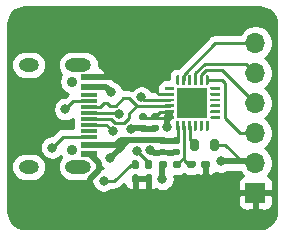
<source format=gbr>
%TF.GenerationSoftware,KiCad,Pcbnew,5.1.10*%
%TF.CreationDate,2021-06-17T01:01:51-05:00*%
%TF.ProjectId,usbttl,75736274-746c-42e6-9b69-6361645f7063,rev?*%
%TF.SameCoordinates,Original*%
%TF.FileFunction,Copper,L1,Top*%
%TF.FilePolarity,Positive*%
%FSLAX46Y46*%
G04 Gerber Fmt 4.6, Leading zero omitted, Abs format (unit mm)*
G04 Created by KiCad (PCBNEW 5.1.10) date 2021-06-17 01:01:51*
%MOMM*%
%LPD*%
G01*
G04 APERTURE LIST*
%TA.AperFunction,ComponentPad*%
%ADD10O,1.700000X1.700000*%
%TD*%
%TA.AperFunction,ComponentPad*%
%ADD11R,1.700000X1.700000*%
%TD*%
%TA.AperFunction,SMDPad,CuDef*%
%ADD12R,2.600000X2.600000*%
%TD*%
%TA.AperFunction,ComponentPad*%
%ADD13O,1.701800X1.117600*%
%TD*%
%TA.AperFunction,ComponentPad*%
%ADD14O,2.209800X1.117600*%
%TD*%
%TA.AperFunction,SMDPad,CuDef*%
%ADD15R,1.447800X0.304800*%
%TD*%
%TA.AperFunction,ComponentPad*%
%ADD16C,0.914400*%
%TD*%
%TA.AperFunction,SMDPad,CuDef*%
%ADD17R,1.447800X0.609600*%
%TD*%
%TA.AperFunction,ViaPad*%
%ADD18C,0.800000*%
%TD*%
%TA.AperFunction,Conductor*%
%ADD19C,0.250000*%
%TD*%
%TA.AperFunction,Conductor*%
%ADD20C,0.500000*%
%TD*%
%TA.AperFunction,Conductor*%
%ADD21C,0.254000*%
%TD*%
%TA.AperFunction,Conductor*%
%ADD22C,0.100000*%
%TD*%
G04 APERTURE END LIST*
D10*
%TO.P,J2,6*%
%TO.N,/DTR*%
X110490000Y-83947000D03*
%TO.P,J2,5*%
%TO.N,/TX*%
X110490000Y-86487000D03*
%TO.P,J2,4*%
%TO.N,/RX*%
X110490000Y-89027000D03*
%TO.P,J2,3*%
%TO.N,/RTS*%
X110490000Y-91567000D03*
%TO.P,J2,2*%
%TO.N,+3V3*%
X110490000Y-94107000D03*
D11*
%TO.P,J2,1*%
%TO.N,GND*%
X110490000Y-96647000D03*
%TD*%
%TO.P,U1,1*%
%TO.N,Net-(U1-Pad1)*%
%TA.AperFunction,SMDPad,CuDef*%
G36*
G01*
X102806000Y-87839500D02*
X102806000Y-87714500D01*
G75*
G02*
X102868500Y-87652000I62500J0D01*
G01*
X103568500Y-87652000D01*
G75*
G02*
X103631000Y-87714500I0J-62500D01*
G01*
X103631000Y-87839500D01*
G75*
G02*
X103568500Y-87902000I-62500J0D01*
G01*
X102868500Y-87902000D01*
G75*
G02*
X102806000Y-87839500I0J62500D01*
G01*
G37*
%TD.AperFunction*%
%TO.P,U1,2*%
%TO.N,GND*%
%TA.AperFunction,SMDPad,CuDef*%
G36*
G01*
X102806000Y-88339500D02*
X102806000Y-88214500D01*
G75*
G02*
X102868500Y-88152000I62500J0D01*
G01*
X103568500Y-88152000D01*
G75*
G02*
X103631000Y-88214500I0J-62500D01*
G01*
X103631000Y-88339500D01*
G75*
G02*
X103568500Y-88402000I-62500J0D01*
G01*
X102868500Y-88402000D01*
G75*
G02*
X102806000Y-88339500I0J62500D01*
G01*
G37*
%TD.AperFunction*%
%TO.P,U1,3*%
%TO.N,/D+*%
%TA.AperFunction,SMDPad,CuDef*%
G36*
G01*
X102806000Y-88839500D02*
X102806000Y-88714500D01*
G75*
G02*
X102868500Y-88652000I62500J0D01*
G01*
X103568500Y-88652000D01*
G75*
G02*
X103631000Y-88714500I0J-62500D01*
G01*
X103631000Y-88839500D01*
G75*
G02*
X103568500Y-88902000I-62500J0D01*
G01*
X102868500Y-88902000D01*
G75*
G02*
X102806000Y-88839500I0J62500D01*
G01*
G37*
%TD.AperFunction*%
%TO.P,U1,4*%
%TO.N,/D-*%
%TA.AperFunction,SMDPad,CuDef*%
G36*
G01*
X102806000Y-89339500D02*
X102806000Y-89214500D01*
G75*
G02*
X102868500Y-89152000I62500J0D01*
G01*
X103568500Y-89152000D01*
G75*
G02*
X103631000Y-89214500I0J-62500D01*
G01*
X103631000Y-89339500D01*
G75*
G02*
X103568500Y-89402000I-62500J0D01*
G01*
X102868500Y-89402000D01*
G75*
G02*
X102806000Y-89339500I0J62500D01*
G01*
G37*
%TD.AperFunction*%
%TO.P,U1,5*%
%TO.N,+3V3*%
%TA.AperFunction,SMDPad,CuDef*%
G36*
G01*
X102806000Y-89839500D02*
X102806000Y-89714500D01*
G75*
G02*
X102868500Y-89652000I62500J0D01*
G01*
X103568500Y-89652000D01*
G75*
G02*
X103631000Y-89714500I0J-62500D01*
G01*
X103631000Y-89839500D01*
G75*
G02*
X103568500Y-89902000I-62500J0D01*
G01*
X102868500Y-89902000D01*
G75*
G02*
X102806000Y-89839500I0J62500D01*
G01*
G37*
%TD.AperFunction*%
%TO.P,U1,6*%
%TA.AperFunction,SMDPad,CuDef*%
G36*
G01*
X102806000Y-90339500D02*
X102806000Y-90214500D01*
G75*
G02*
X102868500Y-90152000I62500J0D01*
G01*
X103568500Y-90152000D01*
G75*
G02*
X103631000Y-90214500I0J-62500D01*
G01*
X103631000Y-90339500D01*
G75*
G02*
X103568500Y-90402000I-62500J0D01*
G01*
X102868500Y-90402000D01*
G75*
G02*
X102806000Y-90339500I0J62500D01*
G01*
G37*
%TD.AperFunction*%
%TO.P,U1,7*%
%TO.N,+5V*%
%TA.AperFunction,SMDPad,CuDef*%
G36*
G01*
X103781000Y-91314500D02*
X103781000Y-90614500D01*
G75*
G02*
X103843500Y-90552000I62500J0D01*
G01*
X103968500Y-90552000D01*
G75*
G02*
X104031000Y-90614500I0J-62500D01*
G01*
X104031000Y-91314500D01*
G75*
G02*
X103968500Y-91377000I-62500J0D01*
G01*
X103843500Y-91377000D01*
G75*
G02*
X103781000Y-91314500I0J62500D01*
G01*
G37*
%TD.AperFunction*%
%TO.P,U1,8*%
%TO.N,Net-(R4-Pad1)*%
%TA.AperFunction,SMDPad,CuDef*%
G36*
G01*
X104281000Y-91314500D02*
X104281000Y-90614500D01*
G75*
G02*
X104343500Y-90552000I62500J0D01*
G01*
X104468500Y-90552000D01*
G75*
G02*
X104531000Y-90614500I0J-62500D01*
G01*
X104531000Y-91314500D01*
G75*
G02*
X104468500Y-91377000I-62500J0D01*
G01*
X104343500Y-91377000D01*
G75*
G02*
X104281000Y-91314500I0J62500D01*
G01*
G37*
%TD.AperFunction*%
%TO.P,U1,9*%
%TO.N,Net-(R3-Pad1)*%
%TA.AperFunction,SMDPad,CuDef*%
G36*
G01*
X104781000Y-91314500D02*
X104781000Y-90614500D01*
G75*
G02*
X104843500Y-90552000I62500J0D01*
G01*
X104968500Y-90552000D01*
G75*
G02*
X105031000Y-90614500I0J-62500D01*
G01*
X105031000Y-91314500D01*
G75*
G02*
X104968500Y-91377000I-62500J0D01*
G01*
X104843500Y-91377000D01*
G75*
G02*
X104781000Y-91314500I0J62500D01*
G01*
G37*
%TD.AperFunction*%
%TO.P,U1,10*%
%TO.N,Net-(U1-Pad10)*%
%TA.AperFunction,SMDPad,CuDef*%
G36*
G01*
X105281000Y-91314500D02*
X105281000Y-90614500D01*
G75*
G02*
X105343500Y-90552000I62500J0D01*
G01*
X105468500Y-90552000D01*
G75*
G02*
X105531000Y-90614500I0J-62500D01*
G01*
X105531000Y-91314500D01*
G75*
G02*
X105468500Y-91377000I-62500J0D01*
G01*
X105343500Y-91377000D01*
G75*
G02*
X105281000Y-91314500I0J62500D01*
G01*
G37*
%TD.AperFunction*%
%TO.P,U1,11*%
%TO.N,Net-(U1-Pad11)*%
%TA.AperFunction,SMDPad,CuDef*%
G36*
G01*
X105781000Y-91314500D02*
X105781000Y-90614500D01*
G75*
G02*
X105843500Y-90552000I62500J0D01*
G01*
X105968500Y-90552000D01*
G75*
G02*
X106031000Y-90614500I0J-62500D01*
G01*
X106031000Y-91314500D01*
G75*
G02*
X105968500Y-91377000I-62500J0D01*
G01*
X105843500Y-91377000D01*
G75*
G02*
X105781000Y-91314500I0J62500D01*
G01*
G37*
%TD.AperFunction*%
%TO.P,U1,12*%
%TO.N,Net-(U1-Pad12)*%
%TA.AperFunction,SMDPad,CuDef*%
G36*
G01*
X106281000Y-91314500D02*
X106281000Y-90614500D01*
G75*
G02*
X106343500Y-90552000I62500J0D01*
G01*
X106468500Y-90552000D01*
G75*
G02*
X106531000Y-90614500I0J-62500D01*
G01*
X106531000Y-91314500D01*
G75*
G02*
X106468500Y-91377000I-62500J0D01*
G01*
X106343500Y-91377000D01*
G75*
G02*
X106281000Y-91314500I0J62500D01*
G01*
G37*
%TD.AperFunction*%
%TO.P,U1,13*%
%TO.N,Net-(U1-Pad13)*%
%TA.AperFunction,SMDPad,CuDef*%
G36*
G01*
X106681000Y-90339500D02*
X106681000Y-90214500D01*
G75*
G02*
X106743500Y-90152000I62500J0D01*
G01*
X107443500Y-90152000D01*
G75*
G02*
X107506000Y-90214500I0J-62500D01*
G01*
X107506000Y-90339500D01*
G75*
G02*
X107443500Y-90402000I-62500J0D01*
G01*
X106743500Y-90402000D01*
G75*
G02*
X106681000Y-90339500I0J62500D01*
G01*
G37*
%TD.AperFunction*%
%TO.P,U1,14*%
%TO.N,Net-(U1-Pad14)*%
%TA.AperFunction,SMDPad,CuDef*%
G36*
G01*
X106681000Y-89839500D02*
X106681000Y-89714500D01*
G75*
G02*
X106743500Y-89652000I62500J0D01*
G01*
X107443500Y-89652000D01*
G75*
G02*
X107506000Y-89714500I0J-62500D01*
G01*
X107506000Y-89839500D01*
G75*
G02*
X107443500Y-89902000I-62500J0D01*
G01*
X106743500Y-89902000D01*
G75*
G02*
X106681000Y-89839500I0J62500D01*
G01*
G37*
%TD.AperFunction*%
%TO.P,U1,15*%
%TO.N,Net-(U1-Pad15)*%
%TA.AperFunction,SMDPad,CuDef*%
G36*
G01*
X106681000Y-89339500D02*
X106681000Y-89214500D01*
G75*
G02*
X106743500Y-89152000I62500J0D01*
G01*
X107443500Y-89152000D01*
G75*
G02*
X107506000Y-89214500I0J-62500D01*
G01*
X107506000Y-89339500D01*
G75*
G02*
X107443500Y-89402000I-62500J0D01*
G01*
X106743500Y-89402000D01*
G75*
G02*
X106681000Y-89339500I0J62500D01*
G01*
G37*
%TD.AperFunction*%
%TO.P,U1,16*%
%TO.N,Net-(U1-Pad16)*%
%TA.AperFunction,SMDPad,CuDef*%
G36*
G01*
X106681000Y-88839500D02*
X106681000Y-88714500D01*
G75*
G02*
X106743500Y-88652000I62500J0D01*
G01*
X107443500Y-88652000D01*
G75*
G02*
X107506000Y-88714500I0J-62500D01*
G01*
X107506000Y-88839500D01*
G75*
G02*
X107443500Y-88902000I-62500J0D01*
G01*
X106743500Y-88902000D01*
G75*
G02*
X106681000Y-88839500I0J62500D01*
G01*
G37*
%TD.AperFunction*%
%TO.P,U1,17*%
%TO.N,Net-(U1-Pad17)*%
%TA.AperFunction,SMDPad,CuDef*%
G36*
G01*
X106681000Y-88339500D02*
X106681000Y-88214500D01*
G75*
G02*
X106743500Y-88152000I62500J0D01*
G01*
X107443500Y-88152000D01*
G75*
G02*
X107506000Y-88214500I0J-62500D01*
G01*
X107506000Y-88339500D01*
G75*
G02*
X107443500Y-88402000I-62500J0D01*
G01*
X106743500Y-88402000D01*
G75*
G02*
X106681000Y-88339500I0J62500D01*
G01*
G37*
%TD.AperFunction*%
%TO.P,U1,18*%
%TO.N,Net-(U1-Pad18)*%
%TA.AperFunction,SMDPad,CuDef*%
G36*
G01*
X106681000Y-87839500D02*
X106681000Y-87714500D01*
G75*
G02*
X106743500Y-87652000I62500J0D01*
G01*
X107443500Y-87652000D01*
G75*
G02*
X107506000Y-87714500I0J-62500D01*
G01*
X107506000Y-87839500D01*
G75*
G02*
X107443500Y-87902000I-62500J0D01*
G01*
X106743500Y-87902000D01*
G75*
G02*
X106681000Y-87839500I0J62500D01*
G01*
G37*
%TD.AperFunction*%
%TO.P,U1,19*%
%TO.N,/RTS*%
%TA.AperFunction,SMDPad,CuDef*%
G36*
G01*
X106281000Y-87439500D02*
X106281000Y-86739500D01*
G75*
G02*
X106343500Y-86677000I62500J0D01*
G01*
X106468500Y-86677000D01*
G75*
G02*
X106531000Y-86739500I0J-62500D01*
G01*
X106531000Y-87439500D01*
G75*
G02*
X106468500Y-87502000I-62500J0D01*
G01*
X106343500Y-87502000D01*
G75*
G02*
X106281000Y-87439500I0J62500D01*
G01*
G37*
%TD.AperFunction*%
%TO.P,U1,20*%
%TO.N,/RX*%
%TA.AperFunction,SMDPad,CuDef*%
G36*
G01*
X105781000Y-87439500D02*
X105781000Y-86739500D01*
G75*
G02*
X105843500Y-86677000I62500J0D01*
G01*
X105968500Y-86677000D01*
G75*
G02*
X106031000Y-86739500I0J-62500D01*
G01*
X106031000Y-87439500D01*
G75*
G02*
X105968500Y-87502000I-62500J0D01*
G01*
X105843500Y-87502000D01*
G75*
G02*
X105781000Y-87439500I0J62500D01*
G01*
G37*
%TD.AperFunction*%
%TO.P,U1,21*%
%TO.N,/TX*%
%TA.AperFunction,SMDPad,CuDef*%
G36*
G01*
X105281000Y-87439500D02*
X105281000Y-86739500D01*
G75*
G02*
X105343500Y-86677000I62500J0D01*
G01*
X105468500Y-86677000D01*
G75*
G02*
X105531000Y-86739500I0J-62500D01*
G01*
X105531000Y-87439500D01*
G75*
G02*
X105468500Y-87502000I-62500J0D01*
G01*
X105343500Y-87502000D01*
G75*
G02*
X105281000Y-87439500I0J62500D01*
G01*
G37*
%TD.AperFunction*%
%TO.P,U1,22*%
%TO.N,Net-(U1-Pad22)*%
%TA.AperFunction,SMDPad,CuDef*%
G36*
G01*
X104781000Y-87439500D02*
X104781000Y-86739500D01*
G75*
G02*
X104843500Y-86677000I62500J0D01*
G01*
X104968500Y-86677000D01*
G75*
G02*
X105031000Y-86739500I0J-62500D01*
G01*
X105031000Y-87439500D01*
G75*
G02*
X104968500Y-87502000I-62500J0D01*
G01*
X104843500Y-87502000D01*
G75*
G02*
X104781000Y-87439500I0J62500D01*
G01*
G37*
%TD.AperFunction*%
%TO.P,U1,23*%
%TO.N,/DTR*%
%TA.AperFunction,SMDPad,CuDef*%
G36*
G01*
X104281000Y-87439500D02*
X104281000Y-86739500D01*
G75*
G02*
X104343500Y-86677000I62500J0D01*
G01*
X104468500Y-86677000D01*
G75*
G02*
X104531000Y-86739500I0J-62500D01*
G01*
X104531000Y-87439500D01*
G75*
G02*
X104468500Y-87502000I-62500J0D01*
G01*
X104343500Y-87502000D01*
G75*
G02*
X104281000Y-87439500I0J62500D01*
G01*
G37*
%TD.AperFunction*%
%TO.P,U1,24*%
%TO.N,Net-(U1-Pad24)*%
%TA.AperFunction,SMDPad,CuDef*%
G36*
G01*
X103781000Y-87439500D02*
X103781000Y-86739500D01*
G75*
G02*
X103843500Y-86677000I62500J0D01*
G01*
X103968500Y-86677000D01*
G75*
G02*
X104031000Y-86739500I0J-62500D01*
G01*
X104031000Y-87439500D01*
G75*
G02*
X103968500Y-87502000I-62500J0D01*
G01*
X103843500Y-87502000D01*
G75*
G02*
X103781000Y-87439500I0J62500D01*
G01*
G37*
%TD.AperFunction*%
D12*
%TO.P,U1,25*%
%TO.N,GND*%
X105156000Y-89027000D03*
%TD*%
%TO.P,C1,2*%
%TO.N,GND*%
%TA.AperFunction,SMDPad,CuDef*%
G36*
G01*
X102446000Y-92910000D02*
X102786000Y-92910000D01*
G75*
G02*
X102926000Y-93050000I0J-140000D01*
G01*
X102926000Y-93330000D01*
G75*
G02*
X102786000Y-93470000I-140000J0D01*
G01*
X102446000Y-93470000D01*
G75*
G02*
X102306000Y-93330000I0J140000D01*
G01*
X102306000Y-93050000D01*
G75*
G02*
X102446000Y-92910000I140000J0D01*
G01*
G37*
%TD.AperFunction*%
%TO.P,C1,1*%
%TO.N,+5V*%
%TA.AperFunction,SMDPad,CuDef*%
G36*
G01*
X102446000Y-91950000D02*
X102786000Y-91950000D01*
G75*
G02*
X102926000Y-92090000I0J-140000D01*
G01*
X102926000Y-92370000D01*
G75*
G02*
X102786000Y-92510000I-140000J0D01*
G01*
X102446000Y-92510000D01*
G75*
G02*
X102306000Y-92370000I0J140000D01*
G01*
X102306000Y-92090000D01*
G75*
G02*
X102446000Y-91950000I140000J0D01*
G01*
G37*
%TD.AperFunction*%
%TD*%
%TO.P,C2,1*%
%TO.N,+5V*%
%TA.AperFunction,SMDPad,CuDef*%
G36*
G01*
X103589000Y-91950000D02*
X103929000Y-91950000D01*
G75*
G02*
X104069000Y-92090000I0J-140000D01*
G01*
X104069000Y-92370000D01*
G75*
G02*
X103929000Y-92510000I-140000J0D01*
G01*
X103589000Y-92510000D01*
G75*
G02*
X103449000Y-92370000I0J140000D01*
G01*
X103449000Y-92090000D01*
G75*
G02*
X103589000Y-91950000I140000J0D01*
G01*
G37*
%TD.AperFunction*%
%TO.P,C2,2*%
%TO.N,GND*%
%TA.AperFunction,SMDPad,CuDef*%
G36*
G01*
X103589000Y-92910000D02*
X103929000Y-92910000D01*
G75*
G02*
X104069000Y-93050000I0J-140000D01*
G01*
X104069000Y-93330000D01*
G75*
G02*
X103929000Y-93470000I-140000J0D01*
G01*
X103589000Y-93470000D01*
G75*
G02*
X103449000Y-93330000I0J140000D01*
G01*
X103449000Y-93050000D01*
G75*
G02*
X103589000Y-92910000I140000J0D01*
G01*
G37*
%TD.AperFunction*%
%TD*%
%TO.P,C3,1*%
%TO.N,GND*%
%TA.AperFunction,SMDPad,CuDef*%
G36*
G01*
X102151000Y-91438000D02*
X101811000Y-91438000D01*
G75*
G02*
X101671000Y-91298000I0J140000D01*
G01*
X101671000Y-91018000D01*
G75*
G02*
X101811000Y-90878000I140000J0D01*
G01*
X102151000Y-90878000D01*
G75*
G02*
X102291000Y-91018000I0J-140000D01*
G01*
X102291000Y-91298000D01*
G75*
G02*
X102151000Y-91438000I-140000J0D01*
G01*
G37*
%TD.AperFunction*%
%TO.P,C3,2*%
%TO.N,+3V3*%
%TA.AperFunction,SMDPad,CuDef*%
G36*
G01*
X102151000Y-90478000D02*
X101811000Y-90478000D01*
G75*
G02*
X101671000Y-90338000I0J140000D01*
G01*
X101671000Y-90058000D01*
G75*
G02*
X101811000Y-89918000I140000J0D01*
G01*
X102151000Y-89918000D01*
G75*
G02*
X102291000Y-90058000I0J-140000D01*
G01*
X102291000Y-90338000D01*
G75*
G02*
X102151000Y-90478000I-140000J0D01*
G01*
G37*
%TD.AperFunction*%
%TD*%
%TO.P,C4,2*%
%TO.N,+3V3*%
%TA.AperFunction,SMDPad,CuDef*%
G36*
G01*
X101135000Y-90478000D02*
X100795000Y-90478000D01*
G75*
G02*
X100655000Y-90338000I0J140000D01*
G01*
X100655000Y-90058000D01*
G75*
G02*
X100795000Y-89918000I140000J0D01*
G01*
X101135000Y-89918000D01*
G75*
G02*
X101275000Y-90058000I0J-140000D01*
G01*
X101275000Y-90338000D01*
G75*
G02*
X101135000Y-90478000I-140000J0D01*
G01*
G37*
%TD.AperFunction*%
%TO.P,C4,1*%
%TO.N,GND*%
%TA.AperFunction,SMDPad,CuDef*%
G36*
G01*
X101135000Y-91438000D02*
X100795000Y-91438000D01*
G75*
G02*
X100655000Y-91298000I0J140000D01*
G01*
X100655000Y-91018000D01*
G75*
G02*
X100795000Y-90878000I140000J0D01*
G01*
X101135000Y-90878000D01*
G75*
G02*
X101275000Y-91018000I0J-140000D01*
G01*
X101275000Y-91298000D01*
G75*
G02*
X101135000Y-91438000I-140000J0D01*
G01*
G37*
%TD.AperFunction*%
%TD*%
D13*
%TO.P,J1,15*%
%TO.N,N/C*%
X91297000Y-85798161D03*
D14*
%TO.P,J1,14*%
X95477000Y-94438225D03*
D15*
%TO.P,J1,A8*%
%TO.N,Net-(J1-PadA8)*%
X96393000Y-91368256D03*
%TO.P,J1,B5*%
%TO.N,Net-(J1-PadB5)*%
X96393000Y-91868382D03*
%TO.P,J1,A5*%
%TO.N,Net-(J1-PadA5)*%
X96393000Y-88868130D03*
%TO.P,J1,B8*%
%TO.N,Net-(J1-PadB8)*%
X96393000Y-88368004D03*
D13*
%TO.P,J1,16*%
%TO.N,N/C*%
X91297000Y-94438195D03*
D16*
%TO.P,J1,18*%
X94947000Y-93008192D03*
%TO.P,J1,17*%
X94947000Y-87228194D03*
D17*
%TO.P,J1,B1-A12*%
%TO.N,GND*%
X96393000Y-93368386D03*
D14*
%TO.P,J1,13*%
%TO.N,N/C*%
X95477000Y-85798161D03*
D17*
%TO.P,J1,B4-A9*%
%TO.N,+5V*%
X96393000Y-92568134D03*
D15*
%TO.P,J1,B6*%
%TO.N,/D+*%
X96393000Y-90868382D03*
%TO.P,J1,A7*%
%TO.N,/D-*%
X96393000Y-90368256D03*
%TO.P,J1,A6*%
%TO.N,/D+*%
X96393000Y-89868130D03*
%TO.P,J1,B7*%
%TO.N,/D-*%
X96393000Y-89368004D03*
D17*
%TO.P,J1,A4-B9*%
%TO.N,+5V*%
X96393000Y-87668252D03*
%TO.P,J1,A1-B12*%
%TO.N,GND*%
X96393000Y-86868000D03*
%TD*%
%TO.P,R1,1*%
%TO.N,GND*%
%TA.AperFunction,SMDPad,CuDef*%
G36*
G01*
X101607600Y-95798600D02*
X101287600Y-95798600D01*
G75*
G02*
X101127600Y-95638600I0J160000D01*
G01*
X101127600Y-95243600D01*
G75*
G02*
X101287600Y-95083600I160000J0D01*
G01*
X101607600Y-95083600D01*
G75*
G02*
X101767600Y-95243600I0J-160000D01*
G01*
X101767600Y-95638600D01*
G75*
G02*
X101607600Y-95798600I-160000J0D01*
G01*
G37*
%TD.AperFunction*%
%TO.P,R1,2*%
%TO.N,Net-(J1-PadA5)*%
%TA.AperFunction,SMDPad,CuDef*%
G36*
G01*
X101607600Y-94603600D02*
X101287600Y-94603600D01*
G75*
G02*
X101127600Y-94443600I0J160000D01*
G01*
X101127600Y-94048600D01*
G75*
G02*
X101287600Y-93888600I160000J0D01*
G01*
X101607600Y-93888600D01*
G75*
G02*
X101767600Y-94048600I0J-160000D01*
G01*
X101767600Y-94443600D01*
G75*
G02*
X101607600Y-94603600I-160000J0D01*
G01*
G37*
%TD.AperFunction*%
%TD*%
%TO.P,R2,1*%
%TO.N,GND*%
%TA.AperFunction,SMDPad,CuDef*%
G36*
G01*
X100490000Y-95798600D02*
X100170000Y-95798600D01*
G75*
G02*
X100010000Y-95638600I0J160000D01*
G01*
X100010000Y-95243600D01*
G75*
G02*
X100170000Y-95083600I160000J0D01*
G01*
X100490000Y-95083600D01*
G75*
G02*
X100650000Y-95243600I0J-160000D01*
G01*
X100650000Y-95638600D01*
G75*
G02*
X100490000Y-95798600I-160000J0D01*
G01*
G37*
%TD.AperFunction*%
%TO.P,R2,2*%
%TO.N,Net-(J1-PadB5)*%
%TA.AperFunction,SMDPad,CuDef*%
G36*
G01*
X100490000Y-94603600D02*
X100170000Y-94603600D01*
G75*
G02*
X100010000Y-94443600I0J160000D01*
G01*
X100010000Y-94048600D01*
G75*
G02*
X100170000Y-93888600I160000J0D01*
G01*
X100490000Y-93888600D01*
G75*
G02*
X100650000Y-94048600I0J-160000D01*
G01*
X100650000Y-94443600D01*
G75*
G02*
X100490000Y-94603600I-160000J0D01*
G01*
G37*
%TD.AperFunction*%
%TD*%
%TO.P,R3,1*%
%TO.N,Net-(R3-Pad1)*%
%TA.AperFunction,SMDPad,CuDef*%
G36*
G01*
X104947000Y-92858000D02*
X104947000Y-92308000D01*
G75*
G02*
X105147000Y-92108000I200000J0D01*
G01*
X105547000Y-92108000D01*
G75*
G02*
X105747000Y-92308000I0J-200000D01*
G01*
X105747000Y-92858000D01*
G75*
G02*
X105547000Y-93058000I-200000J0D01*
G01*
X105147000Y-93058000D01*
G75*
G02*
X104947000Y-92858000I0J200000D01*
G01*
G37*
%TD.AperFunction*%
%TO.P,R3,2*%
%TO.N,+3V3*%
%TA.AperFunction,SMDPad,CuDef*%
G36*
G01*
X106597000Y-92858000D02*
X106597000Y-92308000D01*
G75*
G02*
X106797000Y-92108000I200000J0D01*
G01*
X107197000Y-92108000D01*
G75*
G02*
X107397000Y-92308000I0J-200000D01*
G01*
X107397000Y-92858000D01*
G75*
G02*
X107197000Y-93058000I-200000J0D01*
G01*
X106797000Y-93058000D01*
G75*
G02*
X106597000Y-92858000I0J200000D01*
G01*
G37*
%TD.AperFunction*%
%TD*%
%TO.P,R4,2*%
%TO.N,+5V*%
%TA.AperFunction,SMDPad,CuDef*%
G36*
G01*
X103011000Y-94074000D02*
X103011000Y-94394000D01*
G75*
G02*
X102851000Y-94554000I-160000J0D01*
G01*
X102456000Y-94554000D01*
G75*
G02*
X102296000Y-94394000I0J160000D01*
G01*
X102296000Y-94074000D01*
G75*
G02*
X102456000Y-93914000I160000J0D01*
G01*
X102851000Y-93914000D01*
G75*
G02*
X103011000Y-94074000I0J-160000D01*
G01*
G37*
%TD.AperFunction*%
%TO.P,R4,1*%
%TO.N,Net-(R4-Pad1)*%
%TA.AperFunction,SMDPad,CuDef*%
G36*
G01*
X104206000Y-94074000D02*
X104206000Y-94394000D01*
G75*
G02*
X104046000Y-94554000I-160000J0D01*
G01*
X103651000Y-94554000D01*
G75*
G02*
X103491000Y-94394000I0J160000D01*
G01*
X103491000Y-94074000D01*
G75*
G02*
X103651000Y-93914000I160000J0D01*
G01*
X104046000Y-93914000D01*
G75*
G02*
X104206000Y-94074000I0J-160000D01*
G01*
G37*
%TD.AperFunction*%
%TD*%
%TO.P,R5,1*%
%TO.N,GND*%
%TA.AperFunction,SMDPad,CuDef*%
G36*
G01*
X106619000Y-94074000D02*
X106619000Y-94394000D01*
G75*
G02*
X106459000Y-94554000I-160000J0D01*
G01*
X106064000Y-94554000D01*
G75*
G02*
X105904000Y-94394000I0J160000D01*
G01*
X105904000Y-94074000D01*
G75*
G02*
X106064000Y-93914000I160000J0D01*
G01*
X106459000Y-93914000D01*
G75*
G02*
X106619000Y-94074000I0J-160000D01*
G01*
G37*
%TD.AperFunction*%
%TO.P,R5,2*%
%TO.N,Net-(R4-Pad1)*%
%TA.AperFunction,SMDPad,CuDef*%
G36*
G01*
X105424000Y-94074000D02*
X105424000Y-94394000D01*
G75*
G02*
X105264000Y-94554000I-160000J0D01*
G01*
X104869000Y-94554000D01*
G75*
G02*
X104709000Y-94394000I0J160000D01*
G01*
X104709000Y-94074000D01*
G75*
G02*
X104869000Y-93914000I160000J0D01*
G01*
X105264000Y-93914000D01*
G75*
G02*
X105424000Y-94074000I0J-160000D01*
G01*
G37*
%TD.AperFunction*%
%TD*%
D18*
%TO.N,GND*%
X101600000Y-93043990D03*
X104648000Y-88595200D03*
X99917981Y-91226324D03*
%TO.N,+5V*%
X98298000Y-88138000D03*
X98171000Y-93726000D03*
X99314000Y-92405200D03*
X102616000Y-95453200D03*
%TO.N,+3V3*%
X102997000Y-91059000D03*
X107569000Y-93980000D03*
%TO.N,Net-(J1-PadB5)*%
X93268800Y-92811600D03*
X97637600Y-95605600D03*
%TO.N,Net-(J1-PadA5)*%
X94386400Y-89560400D03*
X100482400Y-93116400D03*
%TO.N,/D+*%
X98933000Y-90002000D03*
X100838000Y-88552000D03*
X98425000Y-91440000D03*
%TD*%
D19*
%TO.N,GND*%
X101746010Y-93190000D02*
X101600000Y-93043990D01*
X102616000Y-93190000D02*
X101746010Y-93190000D01*
D20*
X96393000Y-93368386D02*
X96467186Y-93368386D01*
X96467186Y-93368386D02*
X97229599Y-94130799D01*
X97229599Y-94130799D02*
X97229599Y-94743601D01*
X97229599Y-94743601D02*
X96520000Y-95453200D01*
X96393000Y-86868000D02*
X98501200Y-86868000D01*
D19*
X103218500Y-88277000D02*
X102297800Y-88277000D01*
X102297800Y-88277000D02*
X101854000Y-87833200D01*
X105079800Y-89027000D02*
X104648000Y-88595200D01*
X105156000Y-89027000D02*
X105079800Y-89027000D01*
D20*
X99986305Y-91158000D02*
X99917981Y-91226324D01*
X100965000Y-91158000D02*
X99986305Y-91158000D01*
D19*
%TO.N,+5V*%
X103906000Y-92083000D02*
X103759000Y-92230000D01*
D20*
X96393000Y-92568134D02*
X98693866Y-92568134D01*
X102579990Y-92193990D02*
X102616000Y-92230000D01*
X98693866Y-92568134D02*
X99068010Y-92193990D01*
X97828252Y-87668252D02*
X98298000Y-88138000D01*
X96393000Y-87668252D02*
X97828252Y-87668252D01*
X99068010Y-92828990D02*
X99068010Y-92193990D01*
X98171000Y-93726000D02*
X99068010Y-92828990D01*
X99068010Y-92812970D02*
X99686990Y-92193990D01*
X99068010Y-92828990D02*
X99068010Y-92812970D01*
X99686990Y-92193990D02*
X102579990Y-92193990D01*
X99068010Y-92193990D02*
X99686990Y-92193990D01*
X103759000Y-92230000D02*
X102616000Y-92230000D01*
D19*
X103906000Y-90964500D02*
X103906000Y-92083000D01*
D20*
X99068010Y-92193990D02*
X99068010Y-92193990D01*
X102616000Y-94271500D02*
X102653500Y-94234000D01*
X102616000Y-95453200D02*
X102616000Y-94271500D01*
D19*
%TO.N,+3V3*%
X101044000Y-90277000D02*
X100965000Y-90198000D01*
X103218500Y-90277000D02*
X101044000Y-90277000D01*
X102402000Y-89777000D02*
X101981000Y-90198000D01*
X103218500Y-89777000D02*
X102402000Y-89777000D01*
D20*
X103218500Y-90277000D02*
X103218500Y-89948500D01*
X102997000Y-91059000D02*
X102997000Y-90170000D01*
X110363000Y-93980000D02*
X110490000Y-94107000D01*
D19*
X107950000Y-92583000D02*
X109347000Y-93980000D01*
X106997000Y-92583000D02*
X107950000Y-92583000D01*
D20*
X109347000Y-93980000D02*
X110363000Y-93980000D01*
X107569000Y-93980000D02*
X109347000Y-93980000D01*
D19*
%TO.N,Net-(J1-PadB5)*%
X94212018Y-91868382D02*
X93268800Y-92811600D01*
X96393000Y-91868382D02*
X94212018Y-91868382D01*
X97637600Y-95605600D02*
X98552000Y-95605600D01*
X99911500Y-94246100D02*
X100330000Y-94246100D01*
X98552000Y-95605600D02*
X99911500Y-94246100D01*
%TO.N,Net-(J1-PadA5)*%
X96393000Y-88868130D02*
X95078670Y-88868130D01*
X95078670Y-88868130D02*
X94386400Y-89560400D01*
X100482400Y-93116400D02*
X101295200Y-93929200D01*
%TO.N,/D+*%
X98799130Y-89868130D02*
X98933000Y-90002000D01*
X96393000Y-89868130D02*
X98799130Y-89868130D01*
X101063000Y-88777000D02*
X103218500Y-88777000D01*
X100838000Y-88552000D02*
X101063000Y-88777000D01*
X97853382Y-90868382D02*
X98425000Y-91440000D01*
X96393000Y-90868382D02*
X97853382Y-90868382D01*
%TO.N,/D-*%
X97663000Y-89059432D02*
X97354428Y-89368004D01*
X97663000Y-89027000D02*
X97663000Y-89059432D01*
X98171000Y-89281000D02*
X97917000Y-89027000D01*
X98679000Y-89281000D02*
X98171000Y-89281000D01*
X99314000Y-88646000D02*
X98679000Y-89281000D01*
X97354428Y-89368004D02*
X96393000Y-89368004D01*
X99822000Y-88646000D02*
X99314000Y-88646000D01*
X100453000Y-89277000D02*
X99822000Y-88646000D01*
X97917000Y-89027000D02*
X97663000Y-89027000D01*
X103218500Y-89277000D02*
X100453000Y-89277000D01*
X98584999Y-90727001D02*
X99391999Y-90727001D01*
X98226254Y-90368256D02*
X98584999Y-90727001D01*
X96393000Y-90368256D02*
X98226254Y-90368256D01*
X99391999Y-90727001D02*
X99822000Y-90297000D01*
X99822000Y-89908000D02*
X100453000Y-89277000D01*
X99822000Y-90297000D02*
X99822000Y-89908000D01*
%TO.N,/DTR*%
X104406000Y-86628978D02*
X104406000Y-87089500D01*
X107087978Y-83947000D02*
X104406000Y-86628978D01*
X110490000Y-83947000D02*
X107087978Y-83947000D01*
%TO.N,/RTS*%
X106406000Y-87089500D02*
X107663500Y-87089500D01*
X107663500Y-87089500D02*
X107950000Y-87376000D01*
X107950000Y-87376000D02*
X107950000Y-90297000D01*
X109220000Y-91567000D02*
X110490000Y-91567000D01*
X107950000Y-90297000D02*
X109220000Y-91567000D01*
%TO.N,/RX*%
X110490000Y-89027000D02*
X107696000Y-86233000D01*
X105906000Y-86628978D02*
X105906000Y-87089500D01*
X106301978Y-86233000D02*
X105906000Y-86628978D01*
X107696000Y-86233000D02*
X106301978Y-86233000D01*
%TO.N,/TX*%
X105406000Y-86492568D02*
X106173568Y-85725000D01*
X105406000Y-87089500D02*
X105406000Y-86492568D01*
X109728000Y-85725000D02*
X110490000Y-86487000D01*
X106173568Y-85725000D02*
X109728000Y-85725000D01*
%TO.N,Net-(R3-Pad1)*%
X104906000Y-92142000D02*
X105347000Y-92583000D01*
X104906000Y-90964500D02*
X104906000Y-92142000D01*
%TO.N,Net-(R4-Pad1)*%
X104406000Y-90964500D02*
X104406000Y-91047000D01*
X104406000Y-91047000D02*
X104394000Y-91059000D01*
X104406000Y-93676500D02*
X103848500Y-94234000D01*
X104406000Y-90964500D02*
X104406000Y-93676500D01*
X104406000Y-93676500D02*
X104406000Y-93865000D01*
X104775000Y-94234000D02*
X105066500Y-94234000D01*
X104406000Y-93865000D02*
X104775000Y-94234000D01*
%TD*%
D21*
%TO.N,GND*%
X111159659Y-80954625D02*
X111409429Y-81030035D01*
X111639792Y-81152522D01*
X111841980Y-81317422D01*
X112008286Y-81518450D01*
X112132378Y-81747954D01*
X112209531Y-81997195D01*
X112240000Y-82287089D01*
X112240001Y-98233711D01*
X112211375Y-98525660D01*
X112135965Y-98775429D01*
X112013477Y-99005794D01*
X111848579Y-99207979D01*
X111647546Y-99374288D01*
X111418046Y-99498378D01*
X111168805Y-99575531D01*
X110878911Y-99606000D01*
X90932279Y-99606000D01*
X90640340Y-99577375D01*
X90390571Y-99501965D01*
X90160206Y-99379477D01*
X89958021Y-99214579D01*
X89791712Y-99013546D01*
X89667622Y-98784046D01*
X89590469Y-98534805D01*
X89560000Y-98244911D01*
X89560000Y-97497000D01*
X109001928Y-97497000D01*
X109014188Y-97621482D01*
X109050498Y-97741180D01*
X109109463Y-97851494D01*
X109188815Y-97948185D01*
X109285506Y-98027537D01*
X109395820Y-98086502D01*
X109515518Y-98122812D01*
X109640000Y-98135072D01*
X110204250Y-98132000D01*
X110363000Y-97973250D01*
X110363000Y-96774000D01*
X110617000Y-96774000D01*
X110617000Y-97973250D01*
X110775750Y-98132000D01*
X111340000Y-98135072D01*
X111464482Y-98122812D01*
X111584180Y-98086502D01*
X111694494Y-98027537D01*
X111791185Y-97948185D01*
X111870537Y-97851494D01*
X111929502Y-97741180D01*
X111965812Y-97621482D01*
X111978072Y-97497000D01*
X111975000Y-96932750D01*
X111816250Y-96774000D01*
X110617000Y-96774000D01*
X110363000Y-96774000D01*
X109163750Y-96774000D01*
X109005000Y-96932750D01*
X109001928Y-97497000D01*
X89560000Y-97497000D01*
X89560000Y-94438195D01*
X89805324Y-94438195D01*
X89828374Y-94672221D01*
X89896636Y-94897253D01*
X90007489Y-95104644D01*
X90156672Y-95286423D01*
X90338451Y-95435606D01*
X90545842Y-95546459D01*
X90770874Y-95614721D01*
X90946256Y-95631995D01*
X91647744Y-95631995D01*
X91823126Y-95614721D01*
X92048158Y-95546459D01*
X92255549Y-95435606D01*
X92437328Y-95286423D01*
X92586511Y-95104644D01*
X92697364Y-94897253D01*
X92765626Y-94672221D01*
X92788676Y-94438195D01*
X92765626Y-94204169D01*
X92697364Y-93979137D01*
X92586511Y-93771746D01*
X92437328Y-93589967D01*
X92255549Y-93440784D01*
X92048158Y-93329931D01*
X91823126Y-93261669D01*
X91647744Y-93244395D01*
X90946256Y-93244395D01*
X90770874Y-93261669D01*
X90545842Y-93329931D01*
X90338451Y-93440784D01*
X90156672Y-93589967D01*
X90007489Y-93771746D01*
X89896636Y-93979137D01*
X89828374Y-94204169D01*
X89805324Y-94438195D01*
X89560000Y-94438195D01*
X89560000Y-92709661D01*
X92233800Y-92709661D01*
X92233800Y-92913539D01*
X92273574Y-93113498D01*
X92351595Y-93301856D01*
X92464863Y-93471374D01*
X92609026Y-93615537D01*
X92778544Y-93728805D01*
X92966902Y-93806826D01*
X93166861Y-93846600D01*
X93370739Y-93846600D01*
X93570698Y-93806826D01*
X93759056Y-93728805D01*
X93928574Y-93615537D01*
X93994912Y-93549199D01*
X94049323Y-93630632D01*
X93933489Y-93771776D01*
X93822636Y-93979167D01*
X93754374Y-94204199D01*
X93731324Y-94438225D01*
X93754374Y-94672251D01*
X93822636Y-94897283D01*
X93933489Y-95104674D01*
X94082672Y-95286453D01*
X94264451Y-95435636D01*
X94471842Y-95546489D01*
X94696874Y-95614751D01*
X94872256Y-95632025D01*
X96081744Y-95632025D01*
X96257126Y-95614751D01*
X96482158Y-95546489D01*
X96607396Y-95479548D01*
X96602600Y-95503661D01*
X96602600Y-95707539D01*
X96642374Y-95907498D01*
X96720395Y-96095856D01*
X96833663Y-96265374D01*
X96977826Y-96409537D01*
X97147344Y-96522805D01*
X97335702Y-96600826D01*
X97535661Y-96640600D01*
X97739539Y-96640600D01*
X97939498Y-96600826D01*
X98127856Y-96522805D01*
X98297374Y-96409537D01*
X98341311Y-96365600D01*
X98514678Y-96365600D01*
X98552000Y-96369276D01*
X98589322Y-96365600D01*
X98589333Y-96365600D01*
X98700986Y-96354603D01*
X98844247Y-96311146D01*
X98976276Y-96240574D01*
X99092001Y-96145601D01*
X99115804Y-96116597D01*
X99377475Y-95854926D01*
X99384188Y-95923082D01*
X99420498Y-96042780D01*
X99479463Y-96153094D01*
X99558815Y-96249785D01*
X99655506Y-96329137D01*
X99765820Y-96388102D01*
X99885518Y-96424412D01*
X100010000Y-96436672D01*
X100044250Y-96433600D01*
X100203000Y-96274850D01*
X100203000Y-95568100D01*
X100457000Y-95568100D01*
X100457000Y-96274850D01*
X100615750Y-96433600D01*
X100650000Y-96436672D01*
X100774482Y-96424412D01*
X100888800Y-96389734D01*
X101003118Y-96424412D01*
X101127600Y-96436672D01*
X101161850Y-96433600D01*
X101320600Y-96274850D01*
X101320600Y-95568100D01*
X100457000Y-95568100D01*
X100203000Y-95568100D01*
X100183000Y-95568100D01*
X100183000Y-95314100D01*
X100203000Y-95314100D01*
X100203000Y-95294100D01*
X100457000Y-95294100D01*
X100457000Y-95314100D01*
X101320600Y-95314100D01*
X101320600Y-95294100D01*
X101574600Y-95294100D01*
X101574600Y-95314100D01*
X101588392Y-95314100D01*
X101581000Y-95351261D01*
X101581000Y-95555139D01*
X101583578Y-95568100D01*
X101574600Y-95568100D01*
X101574600Y-96274850D01*
X101733350Y-96433600D01*
X101767600Y-96436672D01*
X101892082Y-96424412D01*
X102011780Y-96388102D01*
X102089809Y-96346394D01*
X102125744Y-96370405D01*
X102314102Y-96448426D01*
X102514061Y-96488200D01*
X102717939Y-96488200D01*
X102917898Y-96448426D01*
X103106256Y-96370405D01*
X103275774Y-96257137D01*
X103419937Y-96112974D01*
X103533205Y-95943456D01*
X103611226Y-95755098D01*
X103651000Y-95555139D01*
X103651000Y-95351261D01*
X103618703Y-95188891D01*
X103651000Y-95192072D01*
X104046000Y-95192072D01*
X104201696Y-95176737D01*
X104351409Y-95131322D01*
X104457500Y-95074616D01*
X104563591Y-95131322D01*
X104713304Y-95176737D01*
X104869000Y-95192072D01*
X105264000Y-95192072D01*
X105419696Y-95176737D01*
X105569409Y-95131322D01*
X105603222Y-95113249D01*
X105659820Y-95143502D01*
X105779518Y-95179812D01*
X105904000Y-95192072D01*
X105975750Y-95189000D01*
X106134500Y-95030250D01*
X106134500Y-94361000D01*
X106114500Y-94361000D01*
X106114500Y-94107000D01*
X106134500Y-94107000D01*
X106134500Y-94087000D01*
X106388500Y-94087000D01*
X106388500Y-94107000D01*
X106408500Y-94107000D01*
X106408500Y-94361000D01*
X106388500Y-94361000D01*
X106388500Y-95030250D01*
X106547250Y-95189000D01*
X106619000Y-95192072D01*
X106743482Y-95179812D01*
X106863180Y-95143502D01*
X106973494Y-95084537D01*
X107070185Y-95005185D01*
X107138491Y-94921953D01*
X107267102Y-94975226D01*
X107467061Y-95015000D01*
X107670939Y-95015000D01*
X107870898Y-94975226D01*
X108059256Y-94897205D01*
X108107454Y-94865000D01*
X109210485Y-94865000D01*
X109336525Y-95053632D01*
X109468380Y-95185487D01*
X109395820Y-95207498D01*
X109285506Y-95266463D01*
X109188815Y-95345815D01*
X109109463Y-95442506D01*
X109050498Y-95552820D01*
X109014188Y-95672518D01*
X109001928Y-95797000D01*
X109005000Y-96361250D01*
X109163750Y-96520000D01*
X110363000Y-96520000D01*
X110363000Y-96500000D01*
X110617000Y-96500000D01*
X110617000Y-96520000D01*
X111816250Y-96520000D01*
X111975000Y-96361250D01*
X111978072Y-95797000D01*
X111965812Y-95672518D01*
X111929502Y-95552820D01*
X111870537Y-95442506D01*
X111791185Y-95345815D01*
X111694494Y-95266463D01*
X111584180Y-95207498D01*
X111511620Y-95185487D01*
X111643475Y-95053632D01*
X111805990Y-94810411D01*
X111917932Y-94540158D01*
X111975000Y-94253260D01*
X111975000Y-93960740D01*
X111917932Y-93673842D01*
X111805990Y-93403589D01*
X111643475Y-93160368D01*
X111436632Y-92953525D01*
X111262240Y-92837000D01*
X111436632Y-92720475D01*
X111643475Y-92513632D01*
X111805990Y-92270411D01*
X111917932Y-92000158D01*
X111975000Y-91713260D01*
X111975000Y-91420740D01*
X111917932Y-91133842D01*
X111805990Y-90863589D01*
X111643475Y-90620368D01*
X111436632Y-90413525D01*
X111262240Y-90297000D01*
X111436632Y-90180475D01*
X111643475Y-89973632D01*
X111805990Y-89730411D01*
X111917932Y-89460158D01*
X111975000Y-89173260D01*
X111975000Y-88880740D01*
X111917932Y-88593842D01*
X111805990Y-88323589D01*
X111643475Y-88080368D01*
X111436632Y-87873525D01*
X111262240Y-87757000D01*
X111436632Y-87640475D01*
X111643475Y-87433632D01*
X111805990Y-87190411D01*
X111917932Y-86920158D01*
X111975000Y-86633260D01*
X111975000Y-86340740D01*
X111917932Y-86053842D01*
X111805990Y-85783589D01*
X111643475Y-85540368D01*
X111436632Y-85333525D01*
X111262240Y-85217000D01*
X111436632Y-85100475D01*
X111643475Y-84893632D01*
X111805990Y-84650411D01*
X111917932Y-84380158D01*
X111975000Y-84093260D01*
X111975000Y-83800740D01*
X111917932Y-83513842D01*
X111805990Y-83243589D01*
X111643475Y-83000368D01*
X111436632Y-82793525D01*
X111193411Y-82631010D01*
X110923158Y-82519068D01*
X110636260Y-82462000D01*
X110343740Y-82462000D01*
X110056842Y-82519068D01*
X109786589Y-82631010D01*
X109543368Y-82793525D01*
X109336525Y-83000368D01*
X109211822Y-83187000D01*
X107125303Y-83187000D01*
X107087978Y-83183324D01*
X107050653Y-83187000D01*
X107050645Y-83187000D01*
X106938992Y-83197997D01*
X106795731Y-83241454D01*
X106663702Y-83312026D01*
X106547977Y-83406999D01*
X106524179Y-83435997D01*
X103921249Y-86038928D01*
X103843500Y-86038928D01*
X103706825Y-86052389D01*
X103575403Y-86092256D01*
X103454283Y-86156996D01*
X103348121Y-86244121D01*
X103260996Y-86350283D01*
X103196256Y-86471403D01*
X103156389Y-86602825D01*
X103142928Y-86739500D01*
X103142928Y-87013928D01*
X102868500Y-87013928D01*
X102731825Y-87027389D01*
X102600403Y-87067256D01*
X102479283Y-87131996D01*
X102373121Y-87219121D01*
X102285996Y-87325283D01*
X102221256Y-87446403D01*
X102181389Y-87577825D01*
X102167928Y-87714500D01*
X102167928Y-87839500D01*
X102181389Y-87976175D01*
X102188098Y-87998290D01*
X102183232Y-88013089D01*
X102182777Y-88017000D01*
X101725308Y-88017000D01*
X101641937Y-87892226D01*
X101497774Y-87748063D01*
X101328256Y-87634795D01*
X101139898Y-87556774D01*
X100939939Y-87517000D01*
X100736061Y-87517000D01*
X100536102Y-87556774D01*
X100347744Y-87634795D01*
X100178226Y-87748063D01*
X100034063Y-87892226D01*
X100020782Y-87912102D01*
X99970986Y-87896997D01*
X99859333Y-87886000D01*
X99859322Y-87886000D01*
X99822000Y-87882324D01*
X99784678Y-87886000D01*
X99351333Y-87886000D01*
X99314000Y-87882323D01*
X99302642Y-87883442D01*
X99293226Y-87836102D01*
X99215205Y-87647744D01*
X99101937Y-87478226D01*
X98957774Y-87334063D01*
X98788256Y-87220795D01*
X98599898Y-87142774D01*
X98543043Y-87131465D01*
X98484786Y-87073208D01*
X98457069Y-87039435D01*
X98322311Y-86928841D01*
X98168565Y-86846663D01*
X98001742Y-86796057D01*
X97871729Y-86783252D01*
X97871721Y-86783252D01*
X97828252Y-86778971D01*
X97784783Y-86783252D01*
X97751900Y-86783252D01*
X97751900Y-86740998D01*
X97593152Y-86740998D01*
X97751900Y-86582250D01*
X97754972Y-86563200D01*
X97742712Y-86438718D01*
X97706402Y-86319020D01*
X97647437Y-86208706D01*
X97568085Y-86112015D01*
X97471394Y-86032663D01*
X97361080Y-85973698D01*
X97241382Y-85937388D01*
X97209275Y-85934226D01*
X97222676Y-85798161D01*
X97199626Y-85564135D01*
X97131364Y-85339103D01*
X97020511Y-85131712D01*
X96871328Y-84949933D01*
X96689549Y-84800750D01*
X96482158Y-84689897D01*
X96257126Y-84621635D01*
X96081744Y-84604361D01*
X94872256Y-84604361D01*
X94696874Y-84621635D01*
X94471842Y-84689897D01*
X94264451Y-84800750D01*
X94082672Y-84949933D01*
X93933489Y-85131712D01*
X93822636Y-85339103D01*
X93754374Y-85564135D01*
X93731324Y-85798161D01*
X93754374Y-86032187D01*
X93822636Y-86257219D01*
X93933489Y-86464610D01*
X94049323Y-86605754D01*
X93979105Y-86710843D01*
X93896772Y-86909611D01*
X93854800Y-87120622D01*
X93854800Y-87335766D01*
X93896772Y-87546777D01*
X93979105Y-87745545D01*
X94098633Y-87924431D01*
X94250763Y-88076561D01*
X94429649Y-88196089D01*
X94609025Y-88270389D01*
X94538669Y-88328129D01*
X94514871Y-88357128D01*
X94346598Y-88525400D01*
X94284461Y-88525400D01*
X94084502Y-88565174D01*
X93896144Y-88643195D01*
X93726626Y-88756463D01*
X93582463Y-88900626D01*
X93469195Y-89070144D01*
X93391174Y-89258502D01*
X93351400Y-89458461D01*
X93351400Y-89662339D01*
X93391174Y-89862298D01*
X93469195Y-90050656D01*
X93582463Y-90220174D01*
X93726626Y-90364337D01*
X93896144Y-90477605D01*
X94084502Y-90555626D01*
X94284461Y-90595400D01*
X94488339Y-90595400D01*
X94688298Y-90555626D01*
X94876656Y-90477605D01*
X95031028Y-90374457D01*
X95031028Y-90520656D01*
X95040647Y-90618319D01*
X95031028Y-90715982D01*
X95031028Y-91020782D01*
X95039656Y-91108382D01*
X94249343Y-91108382D01*
X94212018Y-91104706D01*
X94174693Y-91108382D01*
X94174685Y-91108382D01*
X94063032Y-91119379D01*
X93919771Y-91162836D01*
X93787742Y-91233408D01*
X93672017Y-91328381D01*
X93648219Y-91357379D01*
X93228998Y-91776600D01*
X93166861Y-91776600D01*
X92966902Y-91816374D01*
X92778544Y-91894395D01*
X92609026Y-92007663D01*
X92464863Y-92151826D01*
X92351595Y-92321344D01*
X92273574Y-92509702D01*
X92233800Y-92709661D01*
X89560000Y-92709661D01*
X89560000Y-85798161D01*
X89805324Y-85798161D01*
X89828374Y-86032187D01*
X89896636Y-86257219D01*
X90007489Y-86464610D01*
X90156672Y-86646389D01*
X90338451Y-86795572D01*
X90545842Y-86906425D01*
X90770874Y-86974687D01*
X90946256Y-86991961D01*
X91647744Y-86991961D01*
X91823126Y-86974687D01*
X92048158Y-86906425D01*
X92255549Y-86795572D01*
X92437328Y-86646389D01*
X92586511Y-86464610D01*
X92697364Y-86257219D01*
X92765626Y-86032187D01*
X92788676Y-85798161D01*
X92765626Y-85564135D01*
X92697364Y-85339103D01*
X92586511Y-85131712D01*
X92437328Y-84949933D01*
X92255549Y-84800750D01*
X92048158Y-84689897D01*
X91823126Y-84621635D01*
X91647744Y-84604361D01*
X90946256Y-84604361D01*
X90770874Y-84621635D01*
X90545842Y-84689897D01*
X90338451Y-84800750D01*
X90156672Y-84949933D01*
X90007489Y-85131712D01*
X89896636Y-85339103D01*
X89828374Y-85564135D01*
X89805324Y-85798161D01*
X89560000Y-85798161D01*
X89560000Y-82298279D01*
X89588625Y-82006341D01*
X89664035Y-81756571D01*
X89786522Y-81526208D01*
X89951422Y-81324020D01*
X90152450Y-81157714D01*
X90381954Y-81033622D01*
X90631195Y-80956469D01*
X90921088Y-80926000D01*
X110867721Y-80926000D01*
X111159659Y-80954625D01*
%TA.AperFunction,Conductor*%
D22*
G36*
X111159659Y-80954625D02*
G01*
X111409429Y-81030035D01*
X111639792Y-81152522D01*
X111841980Y-81317422D01*
X112008286Y-81518450D01*
X112132378Y-81747954D01*
X112209531Y-81997195D01*
X112240000Y-82287089D01*
X112240001Y-98233711D01*
X112211375Y-98525660D01*
X112135965Y-98775429D01*
X112013477Y-99005794D01*
X111848579Y-99207979D01*
X111647546Y-99374288D01*
X111418046Y-99498378D01*
X111168805Y-99575531D01*
X110878911Y-99606000D01*
X90932279Y-99606000D01*
X90640340Y-99577375D01*
X90390571Y-99501965D01*
X90160206Y-99379477D01*
X89958021Y-99214579D01*
X89791712Y-99013546D01*
X89667622Y-98784046D01*
X89590469Y-98534805D01*
X89560000Y-98244911D01*
X89560000Y-97497000D01*
X109001928Y-97497000D01*
X109014188Y-97621482D01*
X109050498Y-97741180D01*
X109109463Y-97851494D01*
X109188815Y-97948185D01*
X109285506Y-98027537D01*
X109395820Y-98086502D01*
X109515518Y-98122812D01*
X109640000Y-98135072D01*
X110204250Y-98132000D01*
X110363000Y-97973250D01*
X110363000Y-96774000D01*
X110617000Y-96774000D01*
X110617000Y-97973250D01*
X110775750Y-98132000D01*
X111340000Y-98135072D01*
X111464482Y-98122812D01*
X111584180Y-98086502D01*
X111694494Y-98027537D01*
X111791185Y-97948185D01*
X111870537Y-97851494D01*
X111929502Y-97741180D01*
X111965812Y-97621482D01*
X111978072Y-97497000D01*
X111975000Y-96932750D01*
X111816250Y-96774000D01*
X110617000Y-96774000D01*
X110363000Y-96774000D01*
X109163750Y-96774000D01*
X109005000Y-96932750D01*
X109001928Y-97497000D01*
X89560000Y-97497000D01*
X89560000Y-94438195D01*
X89805324Y-94438195D01*
X89828374Y-94672221D01*
X89896636Y-94897253D01*
X90007489Y-95104644D01*
X90156672Y-95286423D01*
X90338451Y-95435606D01*
X90545842Y-95546459D01*
X90770874Y-95614721D01*
X90946256Y-95631995D01*
X91647744Y-95631995D01*
X91823126Y-95614721D01*
X92048158Y-95546459D01*
X92255549Y-95435606D01*
X92437328Y-95286423D01*
X92586511Y-95104644D01*
X92697364Y-94897253D01*
X92765626Y-94672221D01*
X92788676Y-94438195D01*
X92765626Y-94204169D01*
X92697364Y-93979137D01*
X92586511Y-93771746D01*
X92437328Y-93589967D01*
X92255549Y-93440784D01*
X92048158Y-93329931D01*
X91823126Y-93261669D01*
X91647744Y-93244395D01*
X90946256Y-93244395D01*
X90770874Y-93261669D01*
X90545842Y-93329931D01*
X90338451Y-93440784D01*
X90156672Y-93589967D01*
X90007489Y-93771746D01*
X89896636Y-93979137D01*
X89828374Y-94204169D01*
X89805324Y-94438195D01*
X89560000Y-94438195D01*
X89560000Y-92709661D01*
X92233800Y-92709661D01*
X92233800Y-92913539D01*
X92273574Y-93113498D01*
X92351595Y-93301856D01*
X92464863Y-93471374D01*
X92609026Y-93615537D01*
X92778544Y-93728805D01*
X92966902Y-93806826D01*
X93166861Y-93846600D01*
X93370739Y-93846600D01*
X93570698Y-93806826D01*
X93759056Y-93728805D01*
X93928574Y-93615537D01*
X93994912Y-93549199D01*
X94049323Y-93630632D01*
X93933489Y-93771776D01*
X93822636Y-93979167D01*
X93754374Y-94204199D01*
X93731324Y-94438225D01*
X93754374Y-94672251D01*
X93822636Y-94897283D01*
X93933489Y-95104674D01*
X94082672Y-95286453D01*
X94264451Y-95435636D01*
X94471842Y-95546489D01*
X94696874Y-95614751D01*
X94872256Y-95632025D01*
X96081744Y-95632025D01*
X96257126Y-95614751D01*
X96482158Y-95546489D01*
X96607396Y-95479548D01*
X96602600Y-95503661D01*
X96602600Y-95707539D01*
X96642374Y-95907498D01*
X96720395Y-96095856D01*
X96833663Y-96265374D01*
X96977826Y-96409537D01*
X97147344Y-96522805D01*
X97335702Y-96600826D01*
X97535661Y-96640600D01*
X97739539Y-96640600D01*
X97939498Y-96600826D01*
X98127856Y-96522805D01*
X98297374Y-96409537D01*
X98341311Y-96365600D01*
X98514678Y-96365600D01*
X98552000Y-96369276D01*
X98589322Y-96365600D01*
X98589333Y-96365600D01*
X98700986Y-96354603D01*
X98844247Y-96311146D01*
X98976276Y-96240574D01*
X99092001Y-96145601D01*
X99115804Y-96116597D01*
X99377475Y-95854926D01*
X99384188Y-95923082D01*
X99420498Y-96042780D01*
X99479463Y-96153094D01*
X99558815Y-96249785D01*
X99655506Y-96329137D01*
X99765820Y-96388102D01*
X99885518Y-96424412D01*
X100010000Y-96436672D01*
X100044250Y-96433600D01*
X100203000Y-96274850D01*
X100203000Y-95568100D01*
X100457000Y-95568100D01*
X100457000Y-96274850D01*
X100615750Y-96433600D01*
X100650000Y-96436672D01*
X100774482Y-96424412D01*
X100888800Y-96389734D01*
X101003118Y-96424412D01*
X101127600Y-96436672D01*
X101161850Y-96433600D01*
X101320600Y-96274850D01*
X101320600Y-95568100D01*
X100457000Y-95568100D01*
X100203000Y-95568100D01*
X100183000Y-95568100D01*
X100183000Y-95314100D01*
X100203000Y-95314100D01*
X100203000Y-95294100D01*
X100457000Y-95294100D01*
X100457000Y-95314100D01*
X101320600Y-95314100D01*
X101320600Y-95294100D01*
X101574600Y-95294100D01*
X101574600Y-95314100D01*
X101588392Y-95314100D01*
X101581000Y-95351261D01*
X101581000Y-95555139D01*
X101583578Y-95568100D01*
X101574600Y-95568100D01*
X101574600Y-96274850D01*
X101733350Y-96433600D01*
X101767600Y-96436672D01*
X101892082Y-96424412D01*
X102011780Y-96388102D01*
X102089809Y-96346394D01*
X102125744Y-96370405D01*
X102314102Y-96448426D01*
X102514061Y-96488200D01*
X102717939Y-96488200D01*
X102917898Y-96448426D01*
X103106256Y-96370405D01*
X103275774Y-96257137D01*
X103419937Y-96112974D01*
X103533205Y-95943456D01*
X103611226Y-95755098D01*
X103651000Y-95555139D01*
X103651000Y-95351261D01*
X103618703Y-95188891D01*
X103651000Y-95192072D01*
X104046000Y-95192072D01*
X104201696Y-95176737D01*
X104351409Y-95131322D01*
X104457500Y-95074616D01*
X104563591Y-95131322D01*
X104713304Y-95176737D01*
X104869000Y-95192072D01*
X105264000Y-95192072D01*
X105419696Y-95176737D01*
X105569409Y-95131322D01*
X105603222Y-95113249D01*
X105659820Y-95143502D01*
X105779518Y-95179812D01*
X105904000Y-95192072D01*
X105975750Y-95189000D01*
X106134500Y-95030250D01*
X106134500Y-94361000D01*
X106114500Y-94361000D01*
X106114500Y-94107000D01*
X106134500Y-94107000D01*
X106134500Y-94087000D01*
X106388500Y-94087000D01*
X106388500Y-94107000D01*
X106408500Y-94107000D01*
X106408500Y-94361000D01*
X106388500Y-94361000D01*
X106388500Y-95030250D01*
X106547250Y-95189000D01*
X106619000Y-95192072D01*
X106743482Y-95179812D01*
X106863180Y-95143502D01*
X106973494Y-95084537D01*
X107070185Y-95005185D01*
X107138491Y-94921953D01*
X107267102Y-94975226D01*
X107467061Y-95015000D01*
X107670939Y-95015000D01*
X107870898Y-94975226D01*
X108059256Y-94897205D01*
X108107454Y-94865000D01*
X109210485Y-94865000D01*
X109336525Y-95053632D01*
X109468380Y-95185487D01*
X109395820Y-95207498D01*
X109285506Y-95266463D01*
X109188815Y-95345815D01*
X109109463Y-95442506D01*
X109050498Y-95552820D01*
X109014188Y-95672518D01*
X109001928Y-95797000D01*
X109005000Y-96361250D01*
X109163750Y-96520000D01*
X110363000Y-96520000D01*
X110363000Y-96500000D01*
X110617000Y-96500000D01*
X110617000Y-96520000D01*
X111816250Y-96520000D01*
X111975000Y-96361250D01*
X111978072Y-95797000D01*
X111965812Y-95672518D01*
X111929502Y-95552820D01*
X111870537Y-95442506D01*
X111791185Y-95345815D01*
X111694494Y-95266463D01*
X111584180Y-95207498D01*
X111511620Y-95185487D01*
X111643475Y-95053632D01*
X111805990Y-94810411D01*
X111917932Y-94540158D01*
X111975000Y-94253260D01*
X111975000Y-93960740D01*
X111917932Y-93673842D01*
X111805990Y-93403589D01*
X111643475Y-93160368D01*
X111436632Y-92953525D01*
X111262240Y-92837000D01*
X111436632Y-92720475D01*
X111643475Y-92513632D01*
X111805990Y-92270411D01*
X111917932Y-92000158D01*
X111975000Y-91713260D01*
X111975000Y-91420740D01*
X111917932Y-91133842D01*
X111805990Y-90863589D01*
X111643475Y-90620368D01*
X111436632Y-90413525D01*
X111262240Y-90297000D01*
X111436632Y-90180475D01*
X111643475Y-89973632D01*
X111805990Y-89730411D01*
X111917932Y-89460158D01*
X111975000Y-89173260D01*
X111975000Y-88880740D01*
X111917932Y-88593842D01*
X111805990Y-88323589D01*
X111643475Y-88080368D01*
X111436632Y-87873525D01*
X111262240Y-87757000D01*
X111436632Y-87640475D01*
X111643475Y-87433632D01*
X111805990Y-87190411D01*
X111917932Y-86920158D01*
X111975000Y-86633260D01*
X111975000Y-86340740D01*
X111917932Y-86053842D01*
X111805990Y-85783589D01*
X111643475Y-85540368D01*
X111436632Y-85333525D01*
X111262240Y-85217000D01*
X111436632Y-85100475D01*
X111643475Y-84893632D01*
X111805990Y-84650411D01*
X111917932Y-84380158D01*
X111975000Y-84093260D01*
X111975000Y-83800740D01*
X111917932Y-83513842D01*
X111805990Y-83243589D01*
X111643475Y-83000368D01*
X111436632Y-82793525D01*
X111193411Y-82631010D01*
X110923158Y-82519068D01*
X110636260Y-82462000D01*
X110343740Y-82462000D01*
X110056842Y-82519068D01*
X109786589Y-82631010D01*
X109543368Y-82793525D01*
X109336525Y-83000368D01*
X109211822Y-83187000D01*
X107125303Y-83187000D01*
X107087978Y-83183324D01*
X107050653Y-83187000D01*
X107050645Y-83187000D01*
X106938992Y-83197997D01*
X106795731Y-83241454D01*
X106663702Y-83312026D01*
X106547977Y-83406999D01*
X106524179Y-83435997D01*
X103921249Y-86038928D01*
X103843500Y-86038928D01*
X103706825Y-86052389D01*
X103575403Y-86092256D01*
X103454283Y-86156996D01*
X103348121Y-86244121D01*
X103260996Y-86350283D01*
X103196256Y-86471403D01*
X103156389Y-86602825D01*
X103142928Y-86739500D01*
X103142928Y-87013928D01*
X102868500Y-87013928D01*
X102731825Y-87027389D01*
X102600403Y-87067256D01*
X102479283Y-87131996D01*
X102373121Y-87219121D01*
X102285996Y-87325283D01*
X102221256Y-87446403D01*
X102181389Y-87577825D01*
X102167928Y-87714500D01*
X102167928Y-87839500D01*
X102181389Y-87976175D01*
X102188098Y-87998290D01*
X102183232Y-88013089D01*
X102182777Y-88017000D01*
X101725308Y-88017000D01*
X101641937Y-87892226D01*
X101497774Y-87748063D01*
X101328256Y-87634795D01*
X101139898Y-87556774D01*
X100939939Y-87517000D01*
X100736061Y-87517000D01*
X100536102Y-87556774D01*
X100347744Y-87634795D01*
X100178226Y-87748063D01*
X100034063Y-87892226D01*
X100020782Y-87912102D01*
X99970986Y-87896997D01*
X99859333Y-87886000D01*
X99859322Y-87886000D01*
X99822000Y-87882324D01*
X99784678Y-87886000D01*
X99351333Y-87886000D01*
X99314000Y-87882323D01*
X99302642Y-87883442D01*
X99293226Y-87836102D01*
X99215205Y-87647744D01*
X99101937Y-87478226D01*
X98957774Y-87334063D01*
X98788256Y-87220795D01*
X98599898Y-87142774D01*
X98543043Y-87131465D01*
X98484786Y-87073208D01*
X98457069Y-87039435D01*
X98322311Y-86928841D01*
X98168565Y-86846663D01*
X98001742Y-86796057D01*
X97871729Y-86783252D01*
X97871721Y-86783252D01*
X97828252Y-86778971D01*
X97784783Y-86783252D01*
X97751900Y-86783252D01*
X97751900Y-86740998D01*
X97593152Y-86740998D01*
X97751900Y-86582250D01*
X97754972Y-86563200D01*
X97742712Y-86438718D01*
X97706402Y-86319020D01*
X97647437Y-86208706D01*
X97568085Y-86112015D01*
X97471394Y-86032663D01*
X97361080Y-85973698D01*
X97241382Y-85937388D01*
X97209275Y-85934226D01*
X97222676Y-85798161D01*
X97199626Y-85564135D01*
X97131364Y-85339103D01*
X97020511Y-85131712D01*
X96871328Y-84949933D01*
X96689549Y-84800750D01*
X96482158Y-84689897D01*
X96257126Y-84621635D01*
X96081744Y-84604361D01*
X94872256Y-84604361D01*
X94696874Y-84621635D01*
X94471842Y-84689897D01*
X94264451Y-84800750D01*
X94082672Y-84949933D01*
X93933489Y-85131712D01*
X93822636Y-85339103D01*
X93754374Y-85564135D01*
X93731324Y-85798161D01*
X93754374Y-86032187D01*
X93822636Y-86257219D01*
X93933489Y-86464610D01*
X94049323Y-86605754D01*
X93979105Y-86710843D01*
X93896772Y-86909611D01*
X93854800Y-87120622D01*
X93854800Y-87335766D01*
X93896772Y-87546777D01*
X93979105Y-87745545D01*
X94098633Y-87924431D01*
X94250763Y-88076561D01*
X94429649Y-88196089D01*
X94609025Y-88270389D01*
X94538669Y-88328129D01*
X94514871Y-88357128D01*
X94346598Y-88525400D01*
X94284461Y-88525400D01*
X94084502Y-88565174D01*
X93896144Y-88643195D01*
X93726626Y-88756463D01*
X93582463Y-88900626D01*
X93469195Y-89070144D01*
X93391174Y-89258502D01*
X93351400Y-89458461D01*
X93351400Y-89662339D01*
X93391174Y-89862298D01*
X93469195Y-90050656D01*
X93582463Y-90220174D01*
X93726626Y-90364337D01*
X93896144Y-90477605D01*
X94084502Y-90555626D01*
X94284461Y-90595400D01*
X94488339Y-90595400D01*
X94688298Y-90555626D01*
X94876656Y-90477605D01*
X95031028Y-90374457D01*
X95031028Y-90520656D01*
X95040647Y-90618319D01*
X95031028Y-90715982D01*
X95031028Y-91020782D01*
X95039656Y-91108382D01*
X94249343Y-91108382D01*
X94212018Y-91104706D01*
X94174693Y-91108382D01*
X94174685Y-91108382D01*
X94063032Y-91119379D01*
X93919771Y-91162836D01*
X93787742Y-91233408D01*
X93672017Y-91328381D01*
X93648219Y-91357379D01*
X93228998Y-91776600D01*
X93166861Y-91776600D01*
X92966902Y-91816374D01*
X92778544Y-91894395D01*
X92609026Y-92007663D01*
X92464863Y-92151826D01*
X92351595Y-92321344D01*
X92273574Y-92509702D01*
X92233800Y-92709661D01*
X89560000Y-92709661D01*
X89560000Y-85798161D01*
X89805324Y-85798161D01*
X89828374Y-86032187D01*
X89896636Y-86257219D01*
X90007489Y-86464610D01*
X90156672Y-86646389D01*
X90338451Y-86795572D01*
X90545842Y-86906425D01*
X90770874Y-86974687D01*
X90946256Y-86991961D01*
X91647744Y-86991961D01*
X91823126Y-86974687D01*
X92048158Y-86906425D01*
X92255549Y-86795572D01*
X92437328Y-86646389D01*
X92586511Y-86464610D01*
X92697364Y-86257219D01*
X92765626Y-86032187D01*
X92788676Y-85798161D01*
X92765626Y-85564135D01*
X92697364Y-85339103D01*
X92586511Y-85131712D01*
X92437328Y-84949933D01*
X92255549Y-84800750D01*
X92048158Y-84689897D01*
X91823126Y-84621635D01*
X91647744Y-84604361D01*
X90946256Y-84604361D01*
X90770874Y-84621635D01*
X90545842Y-84689897D01*
X90338451Y-84800750D01*
X90156672Y-84949933D01*
X90007489Y-85131712D01*
X89896636Y-85339103D01*
X89828374Y-85564135D01*
X89805324Y-85798161D01*
X89560000Y-85798161D01*
X89560000Y-82298279D01*
X89588625Y-82006341D01*
X89664035Y-81756571D01*
X89786522Y-81526208D01*
X89951422Y-81324020D01*
X90152450Y-81157714D01*
X90381954Y-81033622D01*
X90631195Y-80956469D01*
X90921088Y-80926000D01*
X110867721Y-80926000D01*
X111159659Y-80954625D01*
G37*
%TD.AperFunction*%
D21*
X97367063Y-94385774D02*
X97511226Y-94529937D01*
X97572083Y-94570600D01*
X97535661Y-94570600D01*
X97335702Y-94610374D01*
X97200192Y-94666504D01*
X97222676Y-94438225D01*
X97209275Y-94302160D01*
X97241382Y-94298998D01*
X97297672Y-94281923D01*
X97367063Y-94385774D01*
%TA.AperFunction,Conductor*%
D22*
G36*
X97367063Y-94385774D02*
G01*
X97511226Y-94529937D01*
X97572083Y-94570600D01*
X97535661Y-94570600D01*
X97335702Y-94610374D01*
X97200192Y-94666504D01*
X97222676Y-94438225D01*
X97209275Y-94302160D01*
X97241382Y-94298998D01*
X97297672Y-94281923D01*
X97367063Y-94385774D01*
G37*
%TD.AperFunction*%
D21*
X102148245Y-93088845D02*
X102294206Y-93133122D01*
X102446000Y-93148072D01*
X102786000Y-93148072D01*
X102937794Y-93133122D01*
X102997534Y-93115000D01*
X103377466Y-93115000D01*
X103437206Y-93133122D01*
X103589000Y-93148072D01*
X103646001Y-93148072D01*
X103646001Y-93276420D01*
X103495304Y-93291263D01*
X103410461Y-93317000D01*
X103091539Y-93317000D01*
X103006696Y-93291263D01*
X102851000Y-93275928D01*
X102456000Y-93275928D01*
X102300304Y-93291263D01*
X102215461Y-93317000D01*
X101923714Y-93317000D01*
X101913009Y-93311278D01*
X101763296Y-93265863D01*
X101700478Y-93259676D01*
X101519792Y-93078990D01*
X102129808Y-93078990D01*
X102148245Y-93088845D01*
%TA.AperFunction,Conductor*%
D22*
G36*
X102148245Y-93088845D02*
G01*
X102294206Y-93133122D01*
X102446000Y-93148072D01*
X102786000Y-93148072D01*
X102937794Y-93133122D01*
X102997534Y-93115000D01*
X103377466Y-93115000D01*
X103437206Y-93133122D01*
X103589000Y-93148072D01*
X103646001Y-93148072D01*
X103646001Y-93276420D01*
X103495304Y-93291263D01*
X103410461Y-93317000D01*
X103091539Y-93317000D01*
X103006696Y-93291263D01*
X102851000Y-93275928D01*
X102456000Y-93275928D01*
X102300304Y-93291263D01*
X102215461Y-93317000D01*
X101923714Y-93317000D01*
X101913009Y-93311278D01*
X101763296Y-93265863D01*
X101700478Y-93259676D01*
X101519792Y-93078990D01*
X102129808Y-93078990D01*
X102148245Y-93088845D01*
G37*
%TD.AperFunction*%
D21*
X100020000Y-91285002D02*
X100178748Y-91285002D01*
X100154760Y-91308990D01*
X99880837Y-91308990D01*
X99932000Y-91267002D01*
X99955803Y-91237998D01*
X100020000Y-91173801D01*
X100020000Y-91285002D01*
%TA.AperFunction,Conductor*%
D22*
G36*
X100020000Y-91285002D02*
G01*
X100178748Y-91285002D01*
X100154760Y-91308990D01*
X99880837Y-91308990D01*
X99932000Y-91267002D01*
X99955803Y-91237998D01*
X100020000Y-91173801D01*
X100020000Y-91285002D01*
G37*
%TD.AperFunction*%
D21*
X101513245Y-91056845D02*
X101659206Y-91101122D01*
X101811000Y-91116072D01*
X101962000Y-91116072D01*
X101962000Y-91160939D01*
X101990655Y-91305000D01*
X101854000Y-91305000D01*
X101854000Y-91285000D01*
X101092000Y-91285000D01*
X101092000Y-91305000D01*
X100838000Y-91305000D01*
X100838000Y-91285000D01*
X100818000Y-91285000D01*
X100818000Y-91116072D01*
X101135000Y-91116072D01*
X101286794Y-91101122D01*
X101432755Y-91056845D01*
X101469882Y-91037000D01*
X101476118Y-91037000D01*
X101513245Y-91056845D01*
%TA.AperFunction,Conductor*%
D22*
G36*
X101513245Y-91056845D02*
G01*
X101659206Y-91101122D01*
X101811000Y-91116072D01*
X101962000Y-91116072D01*
X101962000Y-91160939D01*
X101990655Y-91305000D01*
X101854000Y-91305000D01*
X101854000Y-91285000D01*
X101092000Y-91285000D01*
X101092000Y-91305000D01*
X100838000Y-91305000D01*
X100838000Y-91285000D01*
X100818000Y-91285000D01*
X100818000Y-91116072D01*
X101135000Y-91116072D01*
X101286794Y-91101122D01*
X101432755Y-91056845D01*
X101469882Y-91037000D01*
X101476118Y-91037000D01*
X101513245Y-91056845D01*
G37*
%TD.AperFunction*%
D21*
X105283000Y-88900000D02*
X105303000Y-88900000D01*
X105303000Y-89154000D01*
X105283000Y-89154000D01*
X105283000Y-89174000D01*
X105029000Y-89174000D01*
X105029000Y-89154000D01*
X105009000Y-89154000D01*
X105009000Y-88900000D01*
X105029000Y-88900000D01*
X105029000Y-88880000D01*
X105283000Y-88880000D01*
X105283000Y-88900000D01*
%TA.AperFunction,Conductor*%
D22*
G36*
X105283000Y-88900000D02*
G01*
X105303000Y-88900000D01*
X105303000Y-89154000D01*
X105283000Y-89154000D01*
X105283000Y-89174000D01*
X105029000Y-89174000D01*
X105029000Y-89154000D01*
X105009000Y-89154000D01*
X105009000Y-88900000D01*
X105029000Y-88900000D01*
X105029000Y-88880000D01*
X105283000Y-88880000D01*
X105283000Y-88900000D01*
G37*
%TD.AperFunction*%
%TD*%
M02*

</source>
